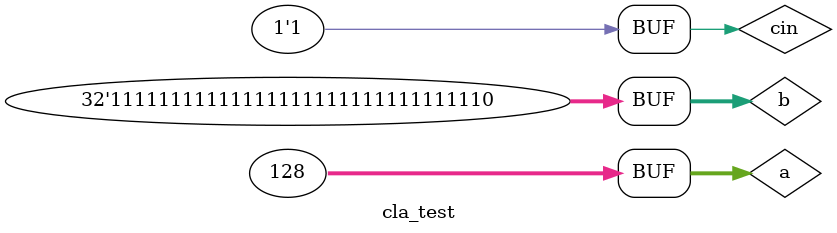
<source format=v>
`timescale 1ns / 1ps


module cla_test;

    reg [31:0] a,b;
    reg cin;
    wire [31:0] s; 
    wire cout;
        
    //cla_32 c1(.a(a),.b(b),.cin(cin),.s(s),.cout(cout)); 
    
    full_adder c2(.a(a),.b(b),.cin(cin),.sum(s),.cout(cout));
    
    initial     
    begin 
    //a = 32'b1111_1111_1111_1111_1111_1111_1111_0000; 
    //b = 32'b1111_1111_1111_1111_1111_1111_1111_0000; 
    a = 32'b0000_0000_0000_0000_0000_0000_1111_0000;
    b = 32'b0000_0000_0000_0000_0000_0000_0000_0001;
    cin = 1'b0; 
 
    #100    
    a = 32'b0111_1111_1111_1111_1111_1111_1111_0000; 
    b = 32'b0111_1111_1111_1111_1111_1111_1111_0000; 
    cin = 1'b0; 
    
    #100 
    //a = 32'b1000_1111_1111_1111_1111_1111_1111_1110; 
    //b = 32'b1000_0000_0000_0000_0000_0000_0000_0001; 
    
    a = 32'b0000_0000_0000_0000_0000_0000_1000_0000; // 128
    b = 32'b1111_1111_1111_1111_1111_1111_1111_1110; // 1
    
    cin = 1'b1; 
    end 

endmodule

</source>
